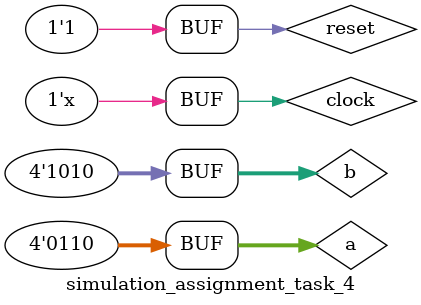
<source format=v>
module Task_4 (a, b, out, clock, reset);
  
  parameter N = 4;
  input signed [N-1 : 0] a, b;
  input clock, reset;
  output signed [(5 * N) - 1 : 0] out;
  reg signed [N-1 : 0] max_reg;
  reg signed [(5 * N) - 1 : 0] acc;
  reg signed [N-1 : 0] a_reg, b_reg;
  wire sel;
  
  assign sel = (a_reg > b_reg) ? 0 : 1;
  assign out = acc;
  
  always@(posedge clock, negedge reset)
  begin
    if(!reset)
    begin
      a_reg <= 0; 
      b_reg <= 0;
      acc <= 0;
      max_reg <= 0;
    end
    else
    begin
      a_reg <= a;
      b_reg <= b;
      max_reg <= (sel == 0) ? a_reg : b_reg;
      acc <= acc + max_reg;   
    end
  end
  
endmodule

module simulation_assignment_task_4();
  reg [3:0] a, b;
  reg clock, reset;
  wire [19:0] out;
  
  Task_4 #(4) T4(a, b, out, clock, reset);
  
  initial
  begin
    clock = 0; reset = 0; a = 0; b = 0;
    
    #10 
    reset = 1;
    
    a = -5; b = 10;
    
    #10 
    a = 2; b = 55;
    
    #10 
    a = 102; b = -111;
    
    #10 
    a = -90; b = 10;
  end
  
  always
  begin
    #5 
    clock = !clock;
  end
  
  initial
  begin
    $monitor("a = %b, b = %b, acc = %b", a, b, out);
  end
  
endmodule


</source>
